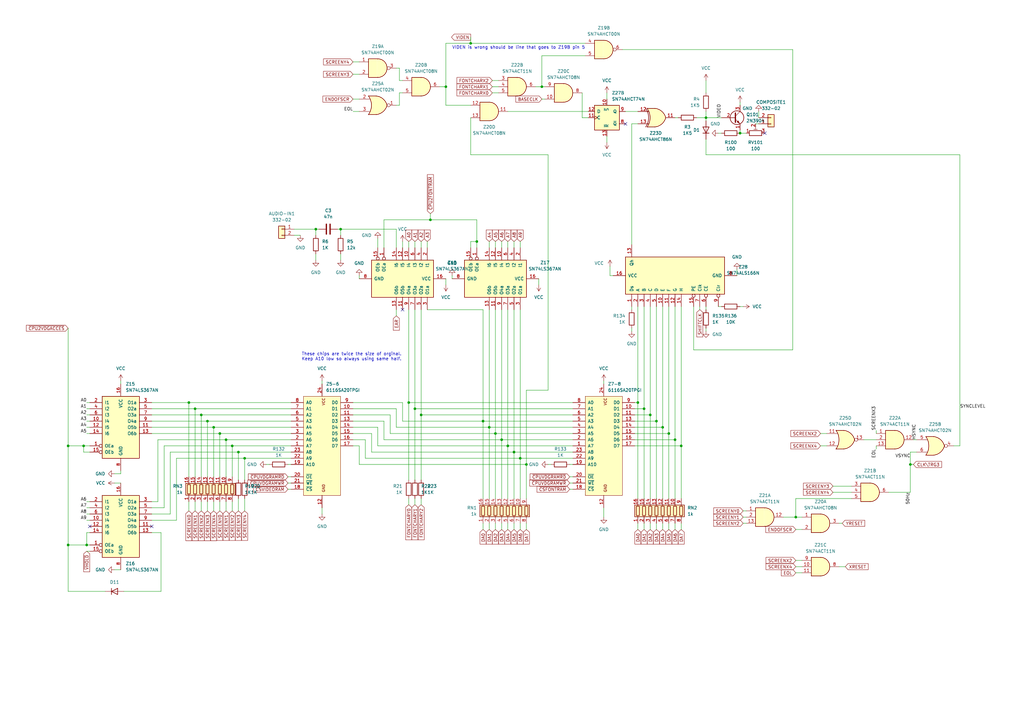
<source format=kicad_sch>
(kicad_sch (version 20211123) (generator eeschema)
  (paper "A3")
  (title_block (title "JupiterAce Z80 plus KIO and new memory format.") (date "2020-05-12") (rev "Alpha") (company "Ontobus") (comment 1 "John Bradley") (comment 2 "https://creativecommons.org/licenses/by-nc-sa/4.0/") (comment 3 "Attribution-NonCommercial-ShareAlike 4.0 International License.") (comment 4 "This work is licensed under a Creative Commons "))
  (junction (at 167.64 165.1))
  (junction (at 170.18 167.64))
  (junction (at 264.16 167.64))
  (junction (at 276.86 180.34))
  (junction (at 205.74 180.34))
  (junction (at 208.28 182.88))
  (junction (at 198.12 172.72))
  (junction (at 95.25 182.88))
  (junction (at 326.39 212.09))
  (junction (at 210.82 185.42))
  (junction (at 80.01 167.64))
  (junction (at 92.71 180.34))
  (junction (at 274.32 177.8))
  (junction (at 27.94 182.88))
  (junction (at 261.62 165.1))
  (junction (at 266.7 170.18))
  (junction (at 176.53 90.17))
  (junction (at 215.9 190.5))
  (junction (at 85.09 172.72))
  (junction (at 200.66 175.26))
  (junction (at 172.72 170.18))
  (junction (at 269.24 172.72))
  (junction (at 27.94 223.52))
  (junction (at 34.29 182.88))
  (junction (at 90.17 177.8))
  (junction (at 97.79 185.42))
  (junction (at 289.56 48.26))
  (junction (at 271.78 175.26))
  (junction (at 193.04 17.78))
  (junction (at 139.7 93.98))
  (junction (at 87.63 175.26))
  (junction (at 195.58 99.06))
  (junction (at 129.54 93.98))
  (junction (at 35.56 223.52))
  (junction (at 373.38 190.5))
  (junction (at 279.4 182.88))
  (junction (at 182.88 35.56))
  (junction (at 100.33 187.96))
  (junction (at 222.25 35.56))
  (junction (at 77.47 165.1))
  (junction (at 213.36 187.96))
  (junction (at 203.2 177.8))
  (junction (at 303.53 54.61))
  (junction (at 82.55 170.18))
  (no_connect (at 313.69 54.61))
  (no_connect (at 62.23 215.9))
  (no_connect (at -345.44 283.21))
  (no_connect (at 165.1 127))
  (no_connect (at 256.54 50.8))
  (no_connect (at 36.83 215.9))
  (wire (pts (xy 373.38 201.93) (xy 373.38 190.5)))
  (wire (pts (xy 182.88 43.18) (xy 193.04 43.18)))
  (wire (pts (xy 62.23 208.28) (xy 67.31 208.28)))
  (wire (pts (xy 92.71 205.74) (xy 92.71 209.55)))
  (wire (pts (xy 119.38 190.5) (xy 118.11 190.5)))
  (wire (pts (xy 129.54 93.98) (xy 130.81 93.98)))
  (wire (pts (xy 287.02 125.73) (xy 287.02 127)))
  (wire (pts (xy 344.17 214.63) (xy 345.44 214.63)))
  (wire (pts (xy 160.02 170.18) (xy 144.78 170.18)))
  (wire (pts (xy 375.92 185.42) (xy 373.38 185.42)))
  (wire (pts (xy 36.83 175.26) (xy 35.56 175.26)))
  (wire (pts (xy 306.07 212.09) (xy 304.8 212.09)))
  (wire (pts (xy 269.24 172.72) (xy 269.24 204.47)))
  (wire (pts (xy 247.65 157.48) (xy 247.65 156.21)))
  (wire (pts (xy 359.41 177.8) (xy 359.41 176.53)))
  (wire (pts (xy 373.38 185.42) (xy 373.38 190.5)))
  (wire (pts (xy 132.08 157.48) (xy 132.08 156.21)))
  (wire (pts (xy 213.36 187.96) (xy 234.95 187.96)))
  (wire (pts (xy 162.56 93.98) (xy 162.56 101.6)))
  (wire (pts (xy 339.09 182.88) (xy 336.55 182.88)))
  (wire (pts (xy 274.32 177.8) (xy 274.32 204.47)))
  (wire (pts (xy 284.48 143.51) (xy 325.12 143.51)))
  (wire (pts (xy 165.1 172.72) (xy 165.1 165.1)))
  (wire (pts (xy 259.08 100.33) (xy 259.08 50.8)))
  (wire (pts (xy 62.23 165.1) (xy 77.47 165.1)))
  (wire (pts (xy 359.41 182.88) (xy 359.41 184.15)))
  (wire (pts (xy 27.94 182.88) (xy 27.94 223.52)))
  (wire (pts (xy 234.95 195.58) (xy 233.68 195.58)))
  (wire (pts (xy 162.56 175.26) (xy 200.66 175.26)))
  (wire (pts (xy 276.86 125.73) (xy 276.86 180.34)))
  (wire (pts (xy 36.83 167.64) (xy 35.56 167.64)))
  (wire (pts (xy 284.48 143.51) (xy 284.48 125.73)))
  (wire (pts (xy 62.23 172.72) (xy 85.09 172.72)))
  (wire (pts (xy 233.68 200.66) (xy 234.95 200.66)))
  (wire (pts (xy 210.82 185.42) (xy 210.82 204.47)))
  (wire (pts (xy 208.28 182.88) (xy 208.28 204.47)))
  (wire (pts (xy 210.82 101.6) (xy 210.82 99.06)))
  (wire (pts (xy 62.23 205.74) (xy 64.77 205.74)))
  (wire (pts (xy 92.71 180.34) (xy 119.38 180.34)))
  (wire (pts (xy 66.04 242.57) (xy 50.8 242.57)))
  (wire (pts (xy 210.82 214.63) (xy 210.82 217.17)))
  (wire (pts (xy 295.91 54.61) (xy 294.64 54.61)))
  (wire (pts (xy 344.17 232.41) (xy 346.71 232.41)))
  (wire (pts (xy 46.99 198.12) (xy 49.53 198.12)))
  (wire (pts (xy 90.17 177.8) (xy 119.38 177.8)))
  (wire (pts (xy 198.12 127) (xy 198.12 172.72)))
  (wire (pts (xy 248.92 40.64) (xy 248.92 38.1)))
  (wire (pts (xy 201.93 35.56) (xy 204.47 35.56)))
  (wire (pts (xy 261.62 125.73) (xy 261.62 165.1)))
  (wire (pts (xy 328.93 212.09) (xy 326.39 212.09)))
  (wire (pts (xy 269.24 214.63) (xy 269.24 217.17)))
  (wire (pts (xy 264.16 167.64) (xy 264.16 204.47)))
  (wire (pts (xy 27.94 242.57) (xy 43.18 242.57)))
  (wire (pts (xy 165.1 101.6) (xy 165.1 99.06)))
  (wire (pts (xy 147.32 190.5) (xy 147.32 182.88)))
  (wire (pts (xy 62.23 177.8) (xy 90.17 177.8)))
  (wire (pts (xy 269.24 125.73) (xy 269.24 172.72)))
  (wire (pts (xy 203.2 177.8) (xy 203.2 204.47)))
  (wire (pts (xy 67.31 182.88) (xy 67.31 208.28)))
  (wire (pts (xy 279.4 182.88) (xy 279.4 204.47)))
  (wire (pts (xy 139.7 93.98) (xy 162.56 93.98)))
  (wire (pts (xy 110.49 190.5) (xy 109.22 190.5)))
  (wire (pts (xy 172.72 204.47) (xy 172.72 207.01)))
  (wire (pts (xy 213.36 214.63) (xy 213.36 217.17)))
  (wire (pts (xy 303.53 43.18) (xy 303.53 41.91)))
  (wire (pts (xy 193.04 101.6) (xy 193.04 99.06)))
  (wire (pts (xy 255.27 20.32) (xy 325.12 20.32)))
  (wire (pts (xy 200.66 175.26) (xy 234.95 175.26)))
  (wire (pts (xy 69.85 185.42) (xy 69.85 210.82)))
  (wire (pts (xy 85.09 172.72) (xy 85.09 195.58)))
  (wire (pts (xy 326.39 212.09) (xy 326.39 204.47)))
  (wire (pts (xy 36.83 213.36) (xy 35.56 213.36)))
  (wire (pts (xy 393.7 63.5) (xy 393.7 182.88)))
  (wire (pts (xy 234.95 167.64) (xy 170.18 167.64)))
  (wire (pts (xy 271.78 214.63) (xy 271.78 217.17)))
  (wire (pts (xy 147.32 114.3) (xy 147.32 113.03)))
  (wire (pts (xy 162.56 127) (xy 162.56 129.54)))
  (wire (pts (xy 95.25 182.88) (xy 95.25 195.58)))
  (wire (pts (xy 304.8 214.63) (xy 306.07 214.63)))
  (wire (pts (xy 260.35 172.72) (xy 269.24 172.72)))
  (wire (pts (xy 260.35 180.34) (xy 276.86 180.34)))
  (wire (pts (xy 182.88 35.56) (xy 180.34 35.56)))
  (wire (pts (xy 149.86 180.34) (xy 144.78 180.34)))
  (wire (pts (xy 87.63 175.26) (xy 87.63 195.58)))
  (wire (pts (xy 36.83 185.42) (xy 34.29 185.42)))
  (wire (pts (xy 163.83 33.02) (xy 163.83 27.94)))
  (wire (pts (xy 62.23 210.82) (xy 69.85 210.82)))
  (wire (pts (xy 154.94 182.88) (xy 208.28 182.88)))
  (wire (pts (xy 341.63 201.93) (xy 349.25 201.93)))
  (wire (pts (xy 165.1 33.02) (xy 163.83 33.02)))
  (wire (pts (xy 193.04 48.26) (xy 193.04 63.5)))
  (wire (pts (xy 157.48 90.17) (xy 157.48 101.6)))
  (wire (pts (xy 276.86 48.26) (xy 278.13 48.26)))
  (wire (pts (xy 152.4 177.8) (xy 152.4 185.42)))
  (wire (pts (xy 182.88 35.56) (xy 182.88 43.18)))
  (wire (pts (xy 266.7 214.63) (xy 266.7 217.17)))
  (wire (pts (xy 170.18 204.47) (xy 170.18 207.01)))
  (wire (pts (xy 213.36 101.6) (xy 213.36 99.06)))
  (wire (pts (xy 36.83 208.28) (xy 35.56 208.28)))
  (wire (pts (xy 200.66 101.6) (xy 200.66 99.06)))
  (wire (pts (xy 226.06 190.5) (xy 224.79 190.5)))
  (wire (pts (xy 170.18 167.64) (xy 170.18 196.85)))
  (wire (pts (xy 62.23 213.36) (xy 72.39 213.36)))
  (wire (pts (xy 139.7 104.14) (xy 139.7 106.68)))
  (wire (pts (xy 303.53 54.61) (xy 306.07 54.61)))
  (wire (pts (xy 193.04 63.5) (xy 224.79 63.5)))
  (wire (pts (xy 205.74 180.34) (xy 205.74 204.47)))
  (wire (pts (xy 375.92 180.34) (xy 374.65 180.34)))
  (wire (pts (xy 247.65 208.28) (xy 247.65 212.09)))
  (wire (pts (xy 289.56 48.26) (xy 295.91 48.26)))
  (wire (pts (xy 97.79 204.47) (xy 97.79 209.55)))
  (wire (pts (xy 193.04 99.06) (xy 195.58 99.06)))
  (wire (pts (xy 87.63 175.26) (xy 119.38 175.26)))
  (wire (pts (xy 289.56 63.5) (xy 393.7 63.5)))
  (wire (pts (xy 271.78 125.73) (xy 271.78 175.26)))
  (wire (pts (xy 132.08 208.28) (xy 132.08 210.82)))
  (wire (pts (xy 138.43 93.98) (xy 139.7 93.98)))
  (wire (pts (xy 259.08 134.62) (xy 259.08 135.89)))
  (wire (pts (xy 118.11 200.66) (xy 119.38 200.66)))
  (wire (pts (xy 27.94 182.88) (xy 34.29 182.88)))
  (wire (pts (xy 72.39 187.96) (xy 100.33 187.96)))
  (wire (pts (xy 354.33 180.34) (xy 359.41 180.34)))
  (wire (pts (xy 64.77 180.34) (xy 92.71 180.34)))
  (wire (pts (xy 163.83 38.1) (xy 163.83 43.18)))
  (wire (pts (xy 303.53 125.73) (xy 304.8 125.73)))
  (wire (pts (xy 34.29 185.42) (xy 34.29 182.88)))
  (wire (pts (xy 234.95 190.5) (xy 233.68 190.5)))
  (wire (pts (xy 172.72 170.18) (xy 172.72 196.85)))
  (wire (pts (xy 241.3 48.26) (xy 238.76 48.26)))
  (wire (pts (xy 49.53 193.04) (xy 49.53 194.31)))
  (wire (pts (xy 120.65 93.98) (xy 129.54 93.98)))
  (wire (pts (xy 248.92 55.88) (xy 248.92 58.42)))
  (wire (pts (xy 215.9 190.5) (xy 215.9 204.47)))
  (wire (pts (xy 152.4 185.42) (xy 210.82 185.42)))
  (wire (pts (xy 49.53 194.31) (xy 46.99 194.31)))
  (wire (pts (xy 144.78 177.8) (xy 152.4 177.8)))
  (wire (pts (xy 92.71 180.34) (xy 92.71 195.58)))
  (wire (pts (xy 208.28 127) (xy 208.28 182.88)))
  (wire (pts (xy 195.58 99.06) (xy 195.58 90.17)))
  (wire (pts (xy 289.56 33.02) (xy 289.56 38.1)))
  (wire (pts (xy 147.32 25.4) (xy 144.78 25.4)))
  (wire (pts (xy 36.83 172.72) (xy 35.56 172.72)))
  (wire (pts (xy 80.01 167.64) (xy 80.01 195.58)))
  (wire (pts (xy 90.17 177.8) (xy 90.17 195.58)))
  (wire (pts (xy 165.1 165.1) (xy 144.78 165.1)))
  (wire (pts (xy 165.1 172.72) (xy 198.12 172.72)))
  (wire (pts (xy 234.95 170.18) (xy 172.72 170.18)))
  (wire (pts (xy 223.52 40.64) (xy 222.25 40.64)))
  (wire (pts (xy 167.64 101.6) (xy 167.64 99.06)))
  (wire (pts (xy 205.74 180.34) (xy 234.95 180.34)))
  (wire (pts (xy 87.63 205.74) (xy 87.63 209.55)))
  (wire (pts (xy 304.8 209.55) (xy 306.07 209.55)))
  (wire (pts (xy 170.18 127) (xy 170.18 167.64)))
  (wire (pts (xy 144.78 172.72) (xy 157.48 172.72)))
  (wire (pts (xy 279.4 214.63) (xy 279.4 217.17)))
  (wire (pts (xy 118.11 198.12) (xy 119.38 198.12)))
  (wire (pts (xy 49.53 233.68) (xy 46.99 233.68)))
  (wire (pts (xy 176.53 90.17) (xy 176.53 87.63)))
  (wire (pts (xy 205.74 127) (xy 205.74 180.34)))
  (wire (pts (xy 72.39 187.96) (xy 72.39 213.36)))
  (wire (pts (xy 264.16 214.63) (xy 264.16 217.17)))
  (wire (pts (xy 167.64 165.1) (xy 167.64 196.85)))
  (wire (pts (xy 303.53 53.34) (xy 303.53 54.61)))
  (wire (pts (xy 220.98 116.84) (xy 220.98 114.3)))
  (wire (pts (xy 129.54 104.14) (xy 129.54 106.68)))
  (wire (pts (xy 261.62 214.63) (xy 261.62 217.17)))
  (wire (pts (xy 198.12 172.72) (xy 234.95 172.72)))
  (wire (pts (xy 149.86 187.96) (xy 149.86 180.34)))
  (wire (pts (xy 100.33 187.96) (xy 100.33 196.85)))
  (wire (pts (xy 90.17 205.74) (xy 90.17 209.55)))
  (wire (pts (xy 208.28 182.88) (xy 234.95 182.88)))
  (wire (pts (xy 259.08 127) (xy 259.08 125.73)))
  (wire (pts (xy 234.95 165.1) (xy 167.64 165.1)))
  (wire (pts (xy 203.2 214.63) (xy 203.2 217.17)))
  (wire (pts (xy 213.36 127) (xy 213.36 187.96)))
  (wire (pts (xy 311.15 48.26) (xy 311.15 45.72)))
  (wire (pts (xy 36.83 205.74) (xy 35.56 205.74)))
  (wire (pts (xy 62.23 218.44) (xy 66.04 218.44)))
  (wire (pts (xy 260.35 170.18) (xy 266.7 170.18)))
  (wire (pts (xy 162.56 43.18) (xy 163.83 43.18)))
  (wire (pts (xy 97.79 185.42) (xy 97.79 196.85)))
  (wire (pts (xy 77.47 165.1) (xy 77.47 195.58)))
  (wire (pts (xy 259.08 50.8) (xy 261.62 50.8)))
  (wire (pts (xy 172.72 127) (xy 172.72 170.18)))
  (wire (pts (xy 215.9 190.5) (xy 215.9 160.02)))
  (wire (pts (xy 204.47 33.02) (xy 201.93 33.02)))
  (wire (pts (xy 80.01 205.74) (xy 80.01 209.55)))
  (wire (pts (xy 129.54 96.52) (xy 129.54 93.98)))
  (wire (pts (xy 215.9 160.02) (xy 224.79 160.02)))
  (wire (pts (xy 175.26 101.6) (xy 175.26 99.06)))
  (wire (pts (xy 326.39 232.41) (xy 328.93 232.41)))
  (wire (pts (xy 364.49 201.93) (xy 373.38 201.93)))
  (wire (pts (xy 374.65 190.5) (xy 373.38 190.5)))
  (wire (pts (xy 167.64 204.47) (xy 167.64 207.01)))
  (wire (pts (xy 274.32 214.63) (xy 274.32 217.17)))
  (wire (pts (xy 36.83 170.18) (xy 35.56 170.18)))
  (wire (pts (xy 154.94 97.79) (xy 154.94 101.6)))
  (wire (pts (xy 154.94 175.26) (xy 154.94 182.88)))
  (wire (pts (xy 182.88 114.3) (xy 182.88 116.84)))
  (wire (pts (xy 175.26 127) (xy 198.12 127)))
  (wire (pts (xy 193.04 17.78) (xy 193.04 15.24)))
  (wire (pts (xy 289.56 125.73) (xy 289.56 127)))
  (wire (pts (xy 215.9 214.63) (xy 215.9 217.17)))
  (wire (pts (xy 123.19 96.52) (xy 120.65 96.52)))
  (wire (pts (xy 85.09 172.72) (xy 119.38 172.72)))
  (wire (pts (xy 208.28 214.63) (xy 208.28 217.17)))
  (wire (pts (xy 35.56 223.52) (xy 36.83 223.52)))
  (wire (pts (xy 95.25 205.74) (xy 95.25 209.55)))
  (wire (pts (xy 289.56 134.62) (xy 289.56 135.89)))
  (wire (pts (xy 67.31 182.88) (xy 95.25 182.88)))
  (wire (pts (xy 97.79 185.42) (xy 119.38 185.42)))
  (wire (pts (xy 172.72 101.6) (xy 172.72 99.06)))
  (wire (pts (xy 260.35 167.64) (xy 264.16 167.64)))
  (wire (pts (xy 208.28 101.6) (xy 208.28 99.06)))
  (wire (pts (xy 157.48 172.72) (xy 157.48 180.34)))
  (wire (pts (xy 210.82 185.42) (xy 234.95 185.42)))
  (wire (pts (xy 85.09 205.74) (xy 85.09 209.55)))
  (wire (pts (xy 289.56 49.53) (xy 289.56 48.26)))
  (wire (pts (xy 224.79 63.5) (xy 224.79 160.02)))
  (wire (pts (xy 261.62 45.72) (xy 256.54 45.72)))
  (wire (pts (xy 205.74 214.63) (xy 205.74 217.17)))
  (wire (pts (xy 119.38 170.18) (xy 82.55 170.18)))
  (wire (pts (xy 66.04 218.44) (xy 66.04 242.57)))
  (wire (pts (xy 238.76 38.1) (xy 238.76 48.26)))
  (wire (pts (xy 182.88 17.78) (xy 182.88 35.56)))
  (wire (pts (xy 100.33 204.47) (xy 100.33 209.55)))
  (wire (pts (xy 147.32 45.72) (xy 144.78 45.72)))
  (wire (pts (xy 289.56 57.15) (xy 289.56 63.5)))
  (wire (pts (xy 147.32 182.88) (xy 144.78 182.88)))
  (wire (pts (xy 118.11 195.58) (xy 119.38 195.58)))
  (wire (pts (xy 35.56 218.44) (xy 36.83 218.44)))
  (wire (pts (xy 200.66 175.26) (xy 200.66 204.47)))
  (wire (pts (xy 62.23 167.64) (xy 80.01 167.64)))
  (wire (pts (xy 147.32 40.64) (xy 144.78 40.64)))
  (wire (pts (xy 170.18 101.6) (xy 170.18 99.06)))
  (wire (pts (xy 326.39 204.47) (xy 349.25 204.47)))
  (wire (pts (xy 222.25 35.56) (xy 223.52 35.56)))
  (wire (pts (xy 82.55 205.74) (xy 82.55 209.55)))
  (wire (pts (xy 195.58 101.6) (xy 195.58 99.06)))
  (wire (pts (xy 100.33 187.96) (xy 119.38 187.96)))
  (wire (pts (xy 139.7 96.52) (xy 139.7 93.98)))
  (wire (pts (xy 213.36 187.96) (xy 213.36 204.47)))
  (wire (pts (xy 157.48 180.34) (xy 205.74 180.34)))
  (wire (pts (xy 276.86 180.34) (xy 276.86 204.47)))
  (wire (pts (xy 294.64 125.73) (xy 295.91 125.73)))
  (wire (pts (xy 311.15 50.8) (xy 309.88 50.8)))
  (wire (pts (xy 391.16 182.88) (xy 393.7 182.88)))
  (wire (pts (xy 36.83 177.8) (xy 35.56 177.8)))
  (wire (pts (xy 35.56 218.44) (xy 35.56 223.52)))
  (wire (pts (xy 36.83 165.1) (xy 35.56 165.1)))
  (wire (pts (xy 210.82 127) (xy 210.82 185.42)))
  (wire (pts (xy 147.32 190.5) (xy 215.9 190.5)))
  (wire (pts (xy 167.64 127) (xy 167.64 165.1)))
  (wire (pts (xy 339.09 177.8) (xy 336.55 177.8)))
  (wire (pts (xy 185.42 114.3) (xy 185.42 113.03)))
  (wire (pts (xy 260.35 175.26) (xy 271.78 175.26)))
  (wire (pts (xy 62.23 175.26) (xy 87.63 175.26)))
  (wire (pts (xy 203.2 177.8) (xy 234.95 177.8)))
  (wire (pts (xy 325.12 20.32) (xy 325.12 143.51)))
  (wire (pts (xy 34.29 182.88) (xy 36.83 182.88)))
  (wire (pts (xy 165.1 38.1) (xy 163.83 38.1)))
  (wire (pts (xy 27.94 134.62) (xy 27.94 182.88)))
  (wire (pts (xy 250.19 113.03) (xy 250.19 109.22)))
  (wire (pts (xy 266.7 170.18) (xy 266.7 204.47)))
  (wire (pts (xy 261.62 165.1) (xy 261.62 204.47)))
  (wire (pts (xy 285.75 48.26) (xy 289.56 48.26)))
  (wire (pts (xy 326.39 229.87) (xy 328.93 229.87)))
  (wire (pts (xy 64.77 180.34) (xy 64.77 205.74)))
  (wire (pts (xy 160.02 177.8) (xy 160.02 170.18)))
  (wire (pts (xy 204.47 38.1) (xy 201.93 38.1)))
  (wire (pts (xy 62.23 170.18) (xy 82.55 170.18)))
  (wire (pts (xy 251.46 113.03) (xy 250.19 113.03)))
  (wire (pts (xy 198.12 214.63) (xy 198.12 217.17)))
  (wire (pts (xy 302.26 110.49) (xy 302.26 113.03)))
  (wire (pts (xy 200.66 214.63) (xy 200.66 217.17)))
  (wire (pts (xy 95.25 182.88) (xy 119.38 182.88)))
  (wire (pts (xy 144.78 167.64) (xy 162.56 167.64)))
  (wire (pts (xy 27.94 223.52) (xy 35.56 223.52)))
  (wire (pts (xy 49.53 157.48) (xy 49.53 156.21)))
  (wire (pts (xy 80.01 167.64) (xy 119.38 167.64)))
  (wire (pts (xy 279.4 125.73) (xy 279.4 182.88)))
  (wire (pts (xy 198.12 172.72) (xy 198.12 204.47)))
  (wire (pts (xy 274.32 125.73) (xy 274.32 177.8)))
  (wire (pts (xy 203.2 101.6) (xy 203.2 99.06)))
  (wire (pts (xy 182.88 17.78) (xy 193.04 17.78)))
  (wire (pts (xy 200.66 127) (xy 200.66 175.26)))
  (wire (pts (xy 208.28 45.72) (xy 241.3 45.72)))
  (wire (pts (xy 203.2 127) (xy 203.2 177.8)))
  (wire (pts (xy 36.83 210.82) (xy 35.56 210.82)))
  (wire (pts (xy 163.83 27.94) (xy 162.56 27.94)))
  (wire (pts (xy 193.04 17.78) (xy 240.03 17.78)))
  (wire (pts (xy 341.63 199.39) (xy 349.25 199.39)))
  (wire (pts (xy 77.47 165.1) (xy 119.38 165.1)))
  (wire (pts (xy 69.85 185.42) (xy 97.79 185.42)))
  (wire (pts (xy 82.55 170.18) (xy 82.55 195.58)))
  (wire (pts (xy 162.56 167.64) (xy 162.56 175.26)))
  (wire (pts (xy 326.39 234.95) (xy 328.93 234.95)))
  (wire (pts (xy 149.86 187.96) (xy 213.36 187.96)))
  (wire (pts (xy 176.53 90.17) (xy 195.58 90.17)))
  (wire (pts (xy 260.35 177.8) (xy 274.32 177.8)))
  (wire (pts (xy 264.16 125.73) (xy 264.16 167.64)))
  (wire (pts (xy 222.25 22.86) (xy 240.03 22.86)))
  (wire (pts (xy 271.78 175.26) (xy 271.78 204.47)))
  (wire (pts (xy 328.93 217.17) (xy 326.39 217.17)))
  (wire (pts (xy 276.86 214.63) (xy 276.86 217.17)))
  (wire (pts (xy 205.74 101.6) (xy 205.74 99.06)))
  (wire (pts (xy 260.35 165.1) (xy 261.62 165.1)))
  (wire (pts (xy 219.71 35.56) (xy 222.25 35.56)))
  (wire (pts (xy 260.35 182.88) (xy 279.4 182.88)))
  (wire (pts (xy 147.32 30.48) (xy 144.78 30.48)))
  (wire (pts (xy 160.02 177.8) (xy 203.2 177.8)))
  (wire (pts (xy 144.78 175.26) (xy 154.94 175.26)))
  (wire (pts (xy 27.94 223.52) (xy 27.94 242.57)))
  (wire (pts (xy 326.39 212.09) (xy 321.31 212.09)))
  (wire (pts (xy 77.47 205.74) (xy 77.47 209.55)))
  (wire (pts (xy 289.56 45.72) (xy 289.56 48.26)))
  (wire (pts (xy 222.25 35.56) (xy 222.25 22.86)))
  (wire (pts (xy 266.7 125.73) (xy 266.7 170.18)))
  (wire (pts (xy 36.83 226.06) (xy 35.56 226.06)))
  (wire (pts (xy 233.68 198.12) (xy 234.95 198.12)))
  (wire (pts (xy 157.48 90.17) (xy 176.53 90.17)))
  (text "These chips are twice the size of orginal.\nKeep A10 low so always using same half." (at 123.698 148.082 0) (effects (font (size 1.27 1.27)) (justify left bottom)))
  (text "VIDEN is wrong should be line that goes to Z19B pin 5" (at 185.42 20.32 0) (effects (font (size 1.27 1.27)) (justify left bottom)))
  (label "SCREENX3" (at 359.41 176.53 90))
  (label "50Hz" (at 373.38 201.93 270))
  (label "A7" (at 35.56 208.28 180))
  (label "A3" (at 35.56 172.72 180))
  (label "A4" (at 35.56 175.26 180))
  (label "EOL" (at 359.41 184.15 270))
  (label "A5" (at 35.56 177.8 180))
  (label "A1" (at 35.56 167.64 180))
  (label "EOL" (at 144.78 45.72 180))
  (label "HSYNC" (at 375.92 180.34 90))
  (label "SYNCLEVEL" (at 393.7 167.64 0))
  (label "A9" (at 35.56 213.36 180))
  (label "A0" (at 35.56 165.1 180))
  (label "VIDEO" (at 295.91 48.26 90))
  (label "VSYNC" (at 373.38 187.96 180))
  (label "A8" (at 35.56 210.82 180))
  (label "A2" (at 35.56 170.18 180))
  (label "A6" (at 35.56 205.74 180))
  (global_label "~{CPU2FONTRAM}" (shape input) (at 176.53 87.63 90) (property "Intersheet References" "${INTERSHEET_REFS}" (at 176.4506 71.6987 90) (effects (justify left))))
  (global_label "SCREENX3" (shape input) (at 85.09 209.55 270) (property "Intersheet References" "${INTERSHEET_REFS}" (at 85.0106 221.6713 90) (effects (justify right))))
  (global_label "~{CSVIDEORAM}" (shape input) (at 118.11 200.66 180) (property "Intersheet References" "${INTERSHEET_REFS}" (at 104.0534 200.5806 0) (effects (justify right))))
  (global_label "ENDOFSCR" (shape input) (at 144.78 40.64 180) (property "Intersheet References" "${INTERSHEET_REFS}" (at 132.5377 40.5606 0) (effects (justify right))))
  (global_label "DA0" (shape input) (at 198.12 217.17 270) (property "Intersheet References" "${INTERSHEET_REFS}" (at 198.0406 223.0623 90) (effects (justify right))))
  (global_label "DA3" (shape input) (at 205.74 217.17 270) (property "Intersheet References" "${INTERSHEET_REFS}" (at 205.6606 223.0623 90) (effects (justify right))))
  (global_label "~{CSFONTRAM}" (shape input) (at 233.68 200.66 180) (property "Intersheet References" "${INTERSHEET_REFS}" (at 220.3491 200.5806 0) (effects (justify right))))
  (global_label "SCREENX4" (shape input) (at 336.55 182.88 180) (property "Intersheet References" "${INTERSHEET_REFS}" (at 324.4287 182.8006 0) (effects (justify right))))
  (global_label "SCREENY2" (shape input) (at 95.25 209.55 270) (property "Intersheet References" "${INTERSHEET_REFS}" (at 95.1706 221.5504 90) (effects (justify right))))
  (global_label "EAR" (shape input) (at 162.56 129.54 270) (property "Intersheet References" "${INTERSHEET_REFS}" (at 162.4806 135.3718 90) (effects (justify right))))
  (global_label "DA7" (shape input) (at 215.9 217.17 270) (property "Intersheet References" "${INTERSHEET_REFS}" (at 215.8206 223.0623 90) (effects (justify right))))
  (global_label "~{CPUVDGRAMWR}" (shape input) (at 233.68 198.12 180) (property "Intersheet References" "${INTERSHEET_REFS}" (at 217.3253 198.0406 0) (effects (justify right))))
  (global_label "FONTCHARX2" (shape input) (at 201.93 33.02 180) (property "Intersheet References" "${INTERSHEET_REFS}" (at 187.5106 32.9406 0) (effects (justify right))))
  (global_label "A7" (shape input) (at 208.28 99.06 90) (property "Intersheet References" "${INTERSHEET_REFS}" (at 208.2006 94.4377 90) (effects (justify left))))
  (global_label "SCREENY2" (shape input) (at 304.8 214.63 180) (property "Intersheet References" "${INTERSHEET_REFS}" (at 292.7996 214.5506 0) (effects (justify right))))
  (global_label "FONTCHARX0" (shape input) (at 201.93 38.1 180) (property "Intersheet References" "${INTERSHEET_REFS}" (at 187.5106 38.0206 0) (effects (justify right))))
  (global_label "~{VHOLD}" (shape input) (at 35.56 226.06 270) (property "Intersheet References" "${INTERSHEET_REFS}" (at 35.4806 234.4318 90) (effects (justify right))))
  (global_label "FONTCHARX1" (shape input) (at 201.93 35.56 180) (property "Intersheet References" "${INTERSHEET_REFS}" (at 187.5106 35.4806 0) (effects (justify right))))
  (global_label "FONTCHARY0" (shape input) (at 167.64 207.01 270) (property "Intersheet References" "${INTERSHEET_REFS}" (at 167.5606 221.3085 90) (effects (justify right))))
  (global_label "A8" (shape input) (at 210.82 99.06 90) (property "Intersheet References" "${INTERSHEET_REFS}" (at 210.7406 94.4377 90) (effects (justify left))))
  (global_label "DA6" (shape input) (at 213.36 217.17 270) (property "Intersheet References" "${INTERSHEET_REFS}" (at 213.2806 223.0623 90) (effects (justify right))))
  (global_label "A5" (shape input) (at 203.2 99.06 90) (property "Intersheet References" "${INTERSHEET_REFS}" (at 203.1206 94.4377 90) (effects (justify left))))
  (global_label "ENDOFSCR" (shape input) (at 326.39 217.17 180) (property "Intersheet References" "${INTERSHEET_REFS}" (at 314.1477 217.0906 0) (effects (justify right))))
  (global_label "~{CPUVDGRAMWR}" (shape input) (at 118.11 198.12 180) (property "Intersheet References" "${INTERSHEET_REFS}" (at 101.7553 198.0406 0) (effects (justify right))))
  (global_label "XRESET" (shape input) (at 346.71 232.41 0) (property "Intersheet References" "${INTERSHEET_REFS}" (at 355.989 232.3306 0) (effects (justify left))))
  (global_label "DA4" (shape input) (at 208.28 217.17 270) (property "Intersheet References" "${INTERSHEET_REFS}" (at 208.2006 223.0623 90) (effects (justify right))))
  (global_label "YRESET" (shape input) (at 345.44 214.63 0) (property "Intersheet References" "${INTERSHEET_REFS}" (at 354.598 214.5506 0) (effects (justify left))))
  (global_label "FONTCHARY1" (shape input) (at 170.18 207.01 270) (property "Intersheet References" "${INTERSHEET_REFS}" (at 170.1006 221.3085 90) (effects (justify right))))
  (global_label "DA2" (shape input) (at 203.2 217.17 270) (property "Intersheet References" "${INTERSHEET_REFS}" (at 203.1206 223.0623 90) (effects (justify right))))
  (global_label "SCREENY4" (shape input) (at 341.63 201.93 180) (property "Intersheet References" "${INTERSHEET_REFS}" (at 329.6296 201.8506 0) (effects (justify right))))
  (global_label "A3" (shape input) (at 175.26 99.06 90) (property "Intersheet References" "${INTERSHEET_REFS}" (at 175.1806 94.4377 90) (effects (justify left))))
  (global_label "SCREENY0" (shape input) (at 304.8 209.55 180) (property "Intersheet References" "${INTERSHEET_REFS}" (at 292.7996 209.4706 0) (effects (justify right))))
  (global_label "A4" (shape input) (at 200.66 99.06 90) (property "Intersheet References" "${INTERSHEET_REFS}" (at 200.5806 94.4377 90) (effects (justify left))))
  (global_label "A1" (shape input) (at 170.18 99.06 90) (property "Intersheet References" "${INTERSHEET_REFS}" (at 170.1006 94.4377 90) (effects (justify left))))
  (global_label "~{CPUVDGRAMRD}" (shape input) (at 118.11 195.58 180) (property "Intersheet References" "${INTERSHEET_REFS}" (at 101.9368 195.5006 0) (effects (justify right))))
  (global_label "A2" (shape input) (at 172.72 99.06 90) (property "Intersheet References" "${INTERSHEET_REFS}" (at 172.6406 94.4377 90) (effects (justify left))))
  (global_label "SCREENX2" (shape input) (at 82.55 209.55 270) (property "Intersheet References" "${INTERSHEET_REFS}" (at 82.4706 221.6713 90) (effects (justify right))))
  (global_label "DA0" (shape input) (at 261.62 217.17 270) (property "Intersheet References" "${INTERSHEET_REFS}" (at 261.5406 223.0623 90) (effects (justify right))))
  (global_label "VIDEN" (shape output) (at 193.04 15.24 180) (property "Intersheet References" "${INTERSHEET_REFS}" (at 185.2729 15.1606 0) (effects (justify right))))
  (global_label "SCREENY3" (shape input) (at 341.63 199.39 180) (property "Intersheet References" "${INTERSHEET_REFS}" (at 329.6296 199.3106 0) (effects (justify right))))
  (global_label "A9" (shape input) (at 213.36 99.06 90) (property "Intersheet References" "${INTERSHEET_REFS}" (at 213.2806 94.4377 90) (effects (justify left))))
  (global_label "DA4" (shape input) (at 271.78 217.17 270) (property "Intersheet References" "${INTERSHEET_REFS}" (at 271.7006 223.0623 90) (effects (justify right))))
  (global_label "DA5" (shape input) (at 210.82 217.17 270) (property "Intersheet References" "${INTERSHEET_REFS}" (at 210.7406 223.0623 90) (effects (justify right))))
  (global_label "SCREENY3" (shape input) (at 97.79 209.55 270) (property "Intersheet References" "${INTERSHEET_REFS}" (at 97.7106 221.5504 90) (effects (justify right))))
  (global_label "CLK\\TRG3" (shape input) (at 374.65 190.5 0) (property "Intersheet References" "${INTERSHEET_REFS}" (at 386.1061 190.4206 0) (effects (justify left))))
  (global_label "DA7" (shape input) (at 279.4 217.17 270) (property "Intersheet References" "${INTERSHEET_REFS}" (at 279.3206 223.0623 90) (effects (justify right))))
  (global_label "SCREENY4" (shape input) (at 100.33 209.55 270) (property "Intersheet References" "${INTERSHEET_REFS}" (at 100.2506 221.5504 90) (effects (justify right))))
  (global_label "SCREENX0" (shape input) (at 77.47 209.55 270) (property "Intersheet References" "${INTERSHEET_REFS}" (at 77.3906 221.6713 90) (effects (justify right))))
  (global_label "SHIFTCLK" (shape input) (at 287.02 127 270) (property "Intersheet References" "${INTERSHEET_REFS}" (at 286.9406 138.0932 90) (effects (justify right))))
  (global_label "SCREENX1" (shape input) (at 80.01 209.55 270) (property "Intersheet References" "${INTERSHEET_REFS}" (at 79.9306 221.6713 90) (effects (justify right))))
  (global_label "SCREENY1" (shape input) (at 92.71 209.55 270) (property "Intersheet References" "${INTERSHEET_REFS}" (at 92.6306 221.5504 90) (effects (justify right))))
  (global_label "SCREENX2" (shape input) (at 336.55 177.8 180) (property "Intersheet References" "${INTERSHEET_REFS}" (at 324.4287 177.7206 0) (effects (justify right))))
  (global_label "SCREENX2" (shape input) (at 326.39 229.87 180) (property "Intersheet References" "${INTERSHEET_REFS}" (at 314.2687 229.7906 0) (effects (justify right))))
  (global_label "SCREENX4" (shape input) (at 87.63 209.55 270) (property "Intersheet References" "${INTERSHEET_REFS}" (at 87.5506 221.6713 90) (effects (justify right))))
  (global_label "DA3" (shape input) (at 269.24 217.17 270) (property "Intersheet References" "${INTERSHEET_REFS}" (at 269.1606 223.0623 90) (effects (justify right))))
  (global_label "~{CPUVDGRAMRD}" (shape input) (at 233.68 195.58 180) (property "Intersheet References" "${INTERSHEET_REFS}" (at 217.5068 195.5006 0) (effects (justify right))))
  (global_label "SCREENY3" (shape input) (at 144.78 30.48 180) (property "Intersheet References" "${INTERSHEET_REFS}" (at 132.7796 30.4006 0) (effects (justify right))))
  (global_label "DA2" (shape input) (at 266.7 217.17 270) (property "Intersheet References" "${INTERSHEET_REFS}" (at 266.6206 223.0623 90) (effects (justify right))))
  (global_label "A0" (shape input) (at 167.64 99.06 90) (property "Intersheet References" "${INTERSHEET_REFS}" (at 167.5606 94.4377 90) (effects (justify left))))
  (global_label "SCREENY0" (shape input) (at 90.17 209.55 270) (property "Intersheet References" "${INTERSHEET_REFS}" (at 90.0906 221.5504 90) (effects (justify right))))
  (global_label "EOL" (shape input) (at 326.39 234.95 180) (property "Intersheet References" "${INTERSHEET_REFS}" (at 320.5582 234.8706 0) (effects (justify right))))
  (global_label "BASECLK" (shape input) (at 222.25 40.64 180) (property "Intersheet References" "${INTERSHEET_REFS}" (at 211.6406 40.5606 0) (effects (justify right))))
  (global_label "~{CPU2VDGACCES}" (shape input) (at 27.94 134.62 180) (property "Intersheet References" "${INTERSHEET_REFS}" (at 10.9201 134.5406 0) (effects (justify right))))
  (global_label "SCREENY1" (shape input) (at 304.8 212.09 180) (property "Intersheet References" "${INTERSHEET_REFS}" (at 292.7996 212.0106 0) (effects (justify right))))
  (global_label "DA5" (shape input) (at 274.32 217.17 270) (property "Intersheet References" "${INTERSHEET_REFS}" (at 274.2406 223.0623 90) (effects (justify right))))
  (global_label "SCREENX4" (shape input) (at 326.39 232.41 180) (property "Intersheet References" "${INTERSHEET_REFS}" (at 314.2687 232.3306 0) (effects (justify right))))
  (global_label "DA1" (shape input) (at 264.16 217.17 270) (property "Intersheet References" "${INTERSHEET_REFS}" (at 264.0806 223.0623 90) (effects (justify right))))
  (global_label "SCREENY4" (shape input) (at 144.78 25.4 180) (property "Intersheet References" "${INTERSHEET_REFS}" (at 132.7796 25.3206 0) (effects (justify right))))
  (global_label "DA1" (shape input) (at 200.66 217.17 270) (property "Intersheet References" "${INTERSHEET_REFS}" (at 200.5806 223.0623 90) (effects (justify right))))
  (global_label "FONTCHARY2" (shape input) (at 172.72 207.01 270) (property "Intersheet References" "${INTERSHEET_REFS}" (at 172.6406 221.3085 90) (effects (justify right))))
  (global_label "A6" (shape input) (at 205.74 99.06 90) (property "Intersheet References" "${INTERSHEET_REFS}" (at 205.6606 94.4377 90) (effects (justify left))))
  (global_label "DA6" (shape input) (at 276.86 217.17 270) (property "Intersheet References" "${INTERSHEET_REFS}" (at 276.7806 223.0623 90) (effects (justify right))))
  (symbol (lib_id "ExtraSymbols:6116P") (at 132.08 182.88 0) (unit 1)
    (property "Reference" "Z5-6" (at 133.7311 157.48 0) (effects (justify left)))
    (property "Value" "6116SA20TPGI" (at 133.7311 160.02 0) (effects (justify left)))
    (property "Footprint" "Package_DIP:DIP-24_W7.62mm" (effects hide))
    (property "Manufacturer_Name" "IDT" (effects hide))
    (property "Manufacturer_Part_Number" "6116SA20TPGI" (effects hide))
  )
  (symbol (lib_id "Connector_Generic:Conn_01x02") (at 115.57 93.98 0) (mirror y) (unit 1)
    (property "Reference" "AUDIO-IN1" (at 115.57 87.63 0) (effects (font (size 1.2954 1.2954))))
    (property "Value" "332-02" (at 115.57 90.17 0))
    (property "Footprint" "Connector_PinHeader_2.54mm:PinHeader_1x02_P2.54mm_Vertical" (effects hide))
    (property "Manufacturer_Name" "TE Connectivity / AMP" (effects hide))
    (property "Manufacturer_Part_Number" "5-146871-1" (effects hide))
  )
  (symbol (lib_id "Device:R") (at 170.18 200.66 180) (unit 1)
    (property "Reference" "R22" (at 172.72 199.3899 0) (effects (justify right)))
    (property "Value" "1K" (at 172.72 201.9299 0) (effects (justify right)))
    (property "Footprint" "Resistor_THT:R_Axial_DIN0204_L3.6mm_D1.6mm_P1.90mm_Vertical" (effects hide))
    (property "Manufacturer_Name" "Vishay" (effects hide))
    (property "Manufacturer_Part_Number" "MBA02040C1202FRP00" (effects hide))
  )
  (symbol (lib_id "Device:C") (at 134.62 93.98 90) (unit 1)
    (property "Reference" "C3" (at 134.62 86.36 90))
    (property "Value" "47n" (at 134.62 88.9 90))
    (property "Footprint" "Capacitor_THT:C_Disc_D5.0mm_W2.5mm_P2.50mm" (effects hide))
    (property "Manufacturer_Name" "vishay" (effects hide))
    (property "Manufacturer_Part_Number" "K473K15X7RF5TL2" (effects hide))
    (property "Height" "4" (effects hide))
  )
  (symbol (lib_id "Device:R_Pack08") (at 87.63 200.66 0) (unit 1)
    (property "Reference" "RN3" (at 74.93 199.3899 0) (effects (justify right)))
    (property "Value" "1k" (at 74.93 201.9299 0) (effects (justify right)))
    (property "Footprint" "Package_DIP:DIP-16_W7.62mm" (effects hide))
    (property "Manufacturer_Name" "Bourns" (effects hide))
    (property "Manufacturer_Part_Number" "4116R-1-102LF " (effects hide))
  )
  (symbol (lib_id "power:GND") (at 311.15 45.72 180) (unit 1)
    (property "Reference" "#~SUPPLY0102" (effects hide))
    (property "Value" "GND" (at 308.61 44.4499 0) (effects (justify left)))
  )
  (symbol (lib_id "Transistor_BJT:2N3904") (at 300.99 48.26 0) (unit 1)
    (property "Reference" "Q101" (at 306.07 46.9899 0) (effects (justify left)))
    (property "Value" "2N3904" (at 306.07 49.5299 0) (effects (justify left)))
    (property "Footprint" "Package_TO_SOT_THT:TO-92_Inline" (effects hide))
    (property "Datasheet" "https://www.onsemi.com/pub/Collateral/2N3903-D.PDF" (effects hide))
    (property "Manufacturer_Part_Number" "2N3904" (effects hide))
  )
  (symbol (lib_id "power:GND") (at 294.64 54.61 270) (unit 1)
    (property "Reference" "#~SUPPLY0101" (effects hide))
    (property "Value" "GND" (at 293.37 50.8 90))
  )
  (symbol (lib_id "power:VCC") (at 303.53 41.91 0) (unit 1)
    (property "Reference" "#~P+0101" (effects hide))
    (property "Value" "VCC" (at 303.53 36.83 0))
  )
  (symbol (lib_id "Device:R") (at 299.72 54.61 270) (unit 1)
    (property "Reference" "R100" (at 299.72 58.42 90))
    (property "Value" "100" (at 299.72 60.96 90))
    (property "Footprint" "Resistor_THT:R_Axial_DIN0204_L3.6mm_D1.6mm_P1.90mm_Vertical" (effects hide))
    (property "Manufacturer_Name" "Vishay" (effects hide))
    (property "Manufacturer_Part_Number" "MBA02040C1000FRP00 " (effects hide))
  )
  (symbol (lib_id "power:VCC") (at 132.08 156.21 0) (unit 1)
    (property "Reference" "#~PWR0165" (effects hide))
    (property "Value" "VCC" (at 132.08 151.13 0))
  )
  (symbol (lib_id "power:VCC") (at 247.65 156.21 0) (unit 1)
    (property "Reference" "#~PWR0166" (effects hide))
    (property "Value" "VCC" (at 247.65 151.13 0))
  )
  (symbol (lib_id "ExtraSymbols:6116P") (at 247.65 182.88 0) (unit 1)
    (property "Reference" "Z7-8" (at 249.3011 157.48 0) (effects (justify left)))
    (property "Value" "6116SA20TPGI" (at 249.3011 160.02 0) (effects (justify left)))
    (property "Footprint" "Package_DIP:DIP-24_W7.62mm" (effects hide))
    (property "Manufacturer_Name" "IDT" (effects hide))
    (property "Manufacturer_Part_Number" "6116SA20TPGI" (effects hide))
  )
  (symbol (lib_id "power:GND") (at 132.08 210.82 0) (unit 1)
    (property "Reference" "#~PWR0167" (effects hide))
    (property "Value" "GND" (at 132.08 215.9 0))
  )
  (symbol (lib_id "power:GND") (at 247.65 212.09 0) (unit 1)
    (property "Reference" "#~PWR0168" (effects hide))
    (property "Value" "GND" (at 247.65 217.17 0))
  )
  (symbol (lib_id "Diode:1N4148") (at 46.99 242.57 0) (unit 1)
    (property "Reference" "D11" (at 46.99 238.76 0))
    (property "Value" "1N4148" (effects hide))
    (property "Footprint" "Diode_THT:D_DO-35_SOD27_P7.62mm_Horizontal" (effects hide))
    (property "Datasheet" "https://assets.nexperia.com/documents/data-sheet/1N4148_1N4448.pdf" (effects hide))
    (property "Manufacturer_Name" "ON Semiconductor" (effects hide))
    (property "Manufacturer_Part_Number" "1N4148" (effects hide))
  )
  (symbol (lib_id "Diode:1N4148") (at 289.56 53.34 90) (unit 1)
    (property "Reference" "D1" (at 287.02 53.3399 90) (effects (justify left)))
    (property "Value" "1N4148" (effects hide))
    (property "Footprint" "Diode_THT:D_DO-35_SOD27_P7.62mm_Horizontal" (effects hide))
    (property "Datasheet" "https://assets.nexperia.com/documents/data-sheet/1N4148_1N4448.pdf" (effects hide))
    (property "Manufacturer_Name" "ON Semiconductor" (effects hide))
    (property "Manufacturer_Part_Number" "1N4148" (effects hide))
  )
  (symbol (lib_id "Device:R_Potentiometer_Trim") (at 309.88 54.61 90) (unit 1)
    (property "Reference" "RV101" (at 309.88 58.42 90))
    (property "Value" "100" (at 309.88 60.96 90))
    (property "Footprint" "ExtraFootprints:3362H1103LF" (effects hide))
    (property "Manufacturer_Name" "Bourns" (effects hide))
    (property "Manufacturer_Part_Number" "3362H-1-101LF" (effects hide))
  )
  (symbol (lib_id "Device:R_Pack08") (at 271.78 209.55 0) (unit 1)
    (property "Reference" "RN2" (at 281.94 208.2799 0) (effects (justify left)))
    (property "Value" "1k" (at 281.94 210.8199 0) (effects (justify left)))
    (property "Footprint" "Package_DIP:DIP-16_W7.62mm" (effects hide))
    (property "Manufacturer_Name" "Bourns" (effects hide))
    (property "Manufacturer_Part_Number" "4116R-1-102LF " (effects hide))
  )
  (symbol (lib_id "Device:R_Pack08") (at 208.28 209.55 0) (unit 1)
    (property "Reference" "RN1" (at 195.58 208.2799 0) (effects (justify right)))
    (property "Value" "1k" (at 195.58 210.8199 0) (effects (justify right)))
    (property "Footprint" "Package_DIP:DIP-16_W7.62mm" (effects hide))
    (property "Manufacturer_Name" "Bourns" (effects hide))
    (property "Manufacturer_Part_Number" "4116R-1-102LF " (effects hide))
  )
  (symbol (lib_id "74xx:74LS74") (at 248.92 48.26 0) (unit 2)
    (property "Reference" "Z27" (at 250.9394 38.1 0) (effects (justify left)))
    (property "Value" "SN74AHCT74N" (at 250.9394 40.64 0) (effects (justify left)))
    (property "Footprint" "Package_DIP:DIP-14_W7.62mm" (effects hide))
    (property "Datasheet" "74xx/74hc_hct74.pdf" (effects hide))
    (property "Manufacturer_Part_Number" "SN74AHCT74N" (effects hide))
    (property "Manufacturer_Name" "Texas Instruments" (effects hide))
  )
  (symbol (lib_id "power:GND") (at 109.22 190.5 270) (unit 1)
    (property "Reference" "#~PWR0112" (effects hide))
    (property "Value" "GND" (at 105.41 190.4999 90) (effects (justify right)))
  )
  (symbol (lib_id "Device:R") (at 129.54 100.33 180) (unit 1)
    (property "Reference" "R6" (at 132.08 99.0599 0) (effects (justify right)))
    (property "Value" "1K" (at 132.08 101.5999 0) (effects (justify right)))
    (property "Footprint" "Resistor_THT:R_Axial_DIN0204_L3.6mm_D1.6mm_P1.90mm_Vertical" (effects hide))
    (property "Manufacturer_Name" "Vishay" (effects hide))
    (property "Manufacturer_Part_Number" "MBA02040C1202FRP00" (effects hide))
  )
  (symbol (lib_id "Device:R") (at 281.94 48.26 270) (unit 1)
    (property "Reference" "R3" (at 281.94 52.07 90))
    (property "Value" "1K5" (at 281.94 54.61 90))
    (property "Footprint" "Resistor_THT:R_Axial_DIN0204_L3.6mm_D1.6mm_P1.90mm_Vertical" (effects hide))
    (property "Manufacturer_Name" "Vishay" (effects hide))
    (property "Manufacturer_Part_Number" "MBA02040C1501FC100" (effects hide))
  )
  (symbol (lib_id "74xx:74LS00") (at 154.94 27.94 0) (unit 1)
    (property "Reference" "Z19" (at 154.94 19.05 0))
    (property "Value" "SN74AHCT00N" (at 154.94 21.59 0))
    (property "Footprint" "Package_DIP:DIP-14_W7.62mm" (effects hide))
    (property "Datasheet" "http://www.ti.com/lit/gpn/sn74ls00" (effects hide))
    (property "Manufacturer_Part_Number" "SN74AHCT00N" (effects hide))
    (property "Manufacturer_Name" "Texas Instruments" (effects hide))
  )
  (symbol (lib_id "74xx:74LS00") (at 247.65 20.32 0) (unit 2)
    (property "Reference" "Z19" (at 247.65 11.43 0))
    (property "Value" "SN74AHCT00N" (at 247.65 13.97 0))
    (property "Footprint" "Package_DIP:DIP-14_W7.62mm" (effects hide))
    (property "Datasheet" "http://www.ti.com/lit/gpn/sn74ls00" (effects hide))
    (property "Manufacturer_Part_Number" "SN74AHCT00N" (effects hide))
    (property "Manufacturer_Name" "Texas Instruments" (effects hide))
  )
  (symbol (lib_id "power:GND") (at 147.32 113.03 180) (unit 1)
    (property "Reference" "#~PWR0169" (effects hide))
    (property "Value" "GND" (at 147.32 107.95 0))
  )
  (symbol (lib_id "power:VCC") (at 220.98 116.84 180) (unit 1)
    (property "Reference" "#~PWR0171" (effects hide))
    (property "Value" "VCC" (at 220.98 121.92 0))
  )
  (symbol (lib_id "power:VCC") (at 182.88 116.84 180) (unit 1)
    (property "Reference" "#~PWR0170" (effects hide))
    (property "Value" "VCC" (at 182.88 121.92 0))
  )
  (symbol (lib_id "power:GND") (at 185.42 113.03 180) (unit 1)
    (property "Reference" "#~PWR0174" (effects hide))
    (property "Value" "GND" (at 185.42 107.95 0))
  )
  (symbol (lib_id "74xx:74LS02") (at 154.94 43.18 0) (unit 1)
    (property "Reference" "Z25" (at 154.94 34.29 0))
    (property "Value" "SN74AHCT02N" (at 154.94 36.83 0))
    (property "Footprint" "Package_DIP:DIP-14_W7.62mm" (effects hide))
    (property "Datasheet" "http://www.ti.com/lit/gpn/sn74ls02" (effects hide))
    (property "Manufacturer_Part_Number" "SN74AHCT02N" (effects hide))
    (property "Manufacturer_Name" "Texas Instruments" (effects hide))
  )
  (symbol (lib_id "74xx:74LS02") (at 383.54 182.88 0) (unit 2)
    (property "Reference" "Z25" (at 383.54 173.99 0))
    (property "Value" "SN74AHCT02N" (at 383.54 176.53 0))
    (property "Footprint" "Package_DIP:DIP-14_W7.62mm" (effects hide))
    (property "Datasheet" "http://www.ti.com/lit/gpn/sn74ls02" (effects hide))
    (property "Manufacturer_Part_Number" "SN74AHCT02N" (effects hide))
    (property "Manufacturer_Name" "Texas Instruments" (effects hide))
  )
  (symbol (lib_id "74xx:74LS02") (at 346.71 180.34 0) (unit 4)
    (property "Reference" "Z25" (at 346.71 171.45 0))
    (property "Value" "SN74AHCT02N" (at 346.71 173.99 0))
    (property "Footprint" "Package_DIP:DIP-14_W7.62mm" (effects hide))
    (property "Datasheet" "http://www.ti.com/lit/gpn/sn74ls02" (effects hide))
    (property "Manufacturer_Part_Number" "SN74AHCT02N" (effects hide))
    (property "Manufacturer_Name" "Texas Instruments" (effects hide))
  )
  (symbol (lib_id "power:VCC") (at 304.8 125.73 270) (unit 1)
    (property "Reference" "#~PWR0125" (effects hide))
    (property "Value" "VCC" (at 308.61 125.7299 90) (effects (justify left)))
  )
  (symbol (lib_id "power:GND") (at 259.08 135.89 0) (unit 1)
    (property "Reference" "#~PWR0126" (effects hide))
    (property "Value" "GND" (at 259.08 140.97 0))
  )
  (symbol (lib_id "74xx:74LS08") (at 336.55 214.63 0) (unit 1)
    (property "Reference" "Z20" (at 336.55 205.74 0))
    (property "Value" "SN74AHCT08N" (at 336.55 208.28 0))
    (property "Footprint" "Package_DIP:DIP-14_W7.62mm" (effects hide))
    (property "Datasheet" "http://www.ti.com/lit/gpn/sn74LS08" (effects hide))
    (property "Manufacturer_Part_Number" "SN74AHCT08N" (effects hide))
    (property "Manufacturer_Name" "Texas Instruments" (effects hide))
  )
  (symbol (lib_id "74xx:74LS08") (at 172.72 35.56 0) (unit 2)
    (property "Reference" "Z20" (at 172.72 26.67 0))
    (property "Value" "SN74AHCT08N" (at 172.72 29.21 0))
    (property "Footprint" "Package_DIP:DIP-14_W7.62mm" (effects hide))
    (property "Datasheet" "http://www.ti.com/lit/gpn/sn74LS08" (effects hide))
    (property "Manufacturer_Part_Number" "SN74AHCT08N" (effects hide))
    (property "Manufacturer_Name" "Texas Instruments" (effects hide))
  )
  (symbol (lib_id "74xx:74LS08") (at 231.14 38.1 0) (unit 3)
    (property "Reference" "Z20" (at 231.14 29.21 0))
    (property "Value" "SN74AHCT08N" (at 231.14 31.75 0))
    (property "Footprint" "Package_DIP:DIP-14_W7.62mm" (effects hide))
    (property "Datasheet" "http://www.ti.com/lit/gpn/sn74LS08" (effects hide))
    (property "Manufacturer_Part_Number" "SN74AHCT08N" (effects hide))
    (property "Manufacturer_Name" "Texas Instruments" (effects hide))
  )
  (symbol (lib_id "74xx:74LS08") (at 200.66 45.72 0) (unit 4)
    (property "Reference" "Z20" (at 200.66 52.07 0))
    (property "Value" "SN74AHCT08N" (at 200.66 54.61 0))
    (property "Footprint" "Package_DIP:DIP-14_W7.62mm" (effects hide))
    (property "Datasheet" "http://www.ti.com/lit/gpn/sn74LS08" (effects hide))
    (property "Manufacturer_Part_Number" "SN74AHCT08N" (effects hide))
    (property "Manufacturer_Name" "Texas Instruments" (effects hide))
  )
  (symbol (lib_id "power:VCC") (at 250.19 109.22 0) (unit 1)
    (property "Reference" "#~PWR0111" (effects hide))
    (property "Value" "VCC" (at 247.65 107.9499 0) (effects (justify right)))
  )
  (symbol (lib_id "power:GND") (at 302.26 110.49 180) (unit 1)
    (property "Reference" "#~PWR0113" (effects hide))
    (property "Value" "GND" (at 302.26 105.41 0))
  )
  (symbol (lib_id "power:GND") (at 123.19 96.52 0) (unit 1)
    (property "Reference" "#~PWR0135" (effects hide))
    (property "Value" "GND" (at 123.19 101.6 0))
  )
  (symbol (lib_id "74xx:74LS11") (at 367.03 180.34 0) (unit 1)
    (property "Reference" "Z22" (at 367.03 171.45 0))
    (property "Value" "SN74ACT11N" (at 367.03 173.99 0))
    (property "Footprint" "Package_DIP:DIP-14_W7.62mm" (effects hide))
    (property "Datasheet" "http://www.ti.com/lit/gpn/sn74LS11" (effects hide))
    (property "Manufacturer_Part_Number" "SN74ACT11N" (effects hide))
    (property "Manufacturer_Name" "Texas Instruments" (effects hide))
  )
  (symbol (lib_id "74xx:74LS11") (at 212.09 35.56 0) (unit 2)
    (property "Reference" "Z22" (at 212.09 26.67 0))
    (property "Value" "SN74ACT11N" (at 212.09 29.21 0))
    (property "Footprint" "Package_DIP:DIP-14_W7.62mm" (effects hide))
    (property "Datasheet" "http://www.ti.com/lit/gpn/sn74LS11" (effects hide))
    (property "Manufacturer_Part_Number" "SN74ACT11N" (effects hide))
    (property "Manufacturer_Name" "Texas Instruments" (effects hide))
  )
  (symbol (lib_id "power:VCC") (at 49.53 156.21 0) (unit 1)
    (property "Reference" "#~PWR0136" (effects hide))
    (property "Value" "VCC" (at 49.53 151.13 0))
  )
  (symbol (lib_id "power:GND") (at 46.99 194.31 270) (unit 1)
    (property "Reference" "#~PWR0137" (effects hide))
    (property "Value" "GND" (at 43.18 194.3099 90) (effects (justify right)))
  )
  (symbol (lib_id "74xx:74LS11") (at 313.69 212.09 0) (unit 1)
    (property "Reference" "Z21" (at 313.69 203.2 0))
    (property "Value" "SN74ACT11N" (at 313.69 205.74 0))
    (property "Footprint" "Package_DIP:DIP-14_W7.62mm" (effects hide))
    (property "Datasheet" "http://www.ti.com/lit/gpn/sn74LS11" (effects hide))
    (property "Manufacturer_Part_Number" "SN74ACT11N" (effects hide))
    (property "Manufacturer_Name" "Texas Instruments" (effects hide))
  )
  (symbol (lib_id "74xx:74LS11") (at 356.87 201.93 0) (unit 2)
    (property "Reference" "Z21" (at 356.87 193.04 0))
    (property "Value" "SN74ACT11N" (at 356.87 195.58 0))
    (property "Footprint" "Package_DIP:DIP-14_W7.62mm" (effects hide))
    (property "Datasheet" "http://www.ti.com/lit/gpn/sn74LS11" (effects hide))
    (property "Manufacturer_Part_Number" "SN74ACT11N" (effects hide))
    (property "Manufacturer_Name" "Texas Instruments" (effects hide))
  )
  (symbol (lib_id "74xx:74LS11") (at 336.55 232.41 0) (unit 3)
    (property "Reference" "Z21" (at 336.55 223.52 0))
    (property "Value" "SN74ACT11N" (at 336.55 226.06 0))
    (property "Footprint" "Package_DIP:DIP-14_W7.62mm" (effects hide))
    (property "Datasheet" "http://www.ti.com/lit/gpn/sn74LS11" (effects hide))
    (property "Manufacturer_Part_Number" "SN74ACT11N" (effects hide))
    (property "Manufacturer_Name" "Texas Instruments" (effects hide))
  )
  (symbol (lib_id "power:VCC") (at 248.92 38.1 0) (unit 1)
    (property "Reference" "#~PWR0140" (effects hide))
    (property "Value" "VCC" (at 248.92 33.02 0))
  )
  (symbol (lib_id "power:VCC") (at 248.92 58.42 180) (unit 1)
    (property "Reference" "#~PWR0141" (effects hide))
    (property "Value" "VCC" (at 248.92 63.5 0))
  )
  (symbol (lib_id "power:VCC") (at 289.56 33.02 0) (unit 1)
    (property "Reference" "#~PWR0145" (effects hide))
    (property "Value" "VCC" (at 289.56 27.94 0))
  )
  (symbol (lib_id "74xx:74LS86") (at 269.24 48.26 0) (unit 4)
    (property "Reference" "Z23" (at 268.9352 54.61 0))
    (property "Value" "SN74AHCT86N" (at 268.9352 57.15 0))
    (property "Footprint" "Package_DIP:DIP-14_W7.62mm" (effects hide))
    (property "Datasheet" "74xx/74ls86.pdf" (effects hide))
    (property "Manufacturer_Part_Number" "SN74AHCT86N" (effects hide))
    (property "Manufacturer_Name" "Texas Instruments" (effects hide))
  )
  (symbol (lib_id "power:VCC") (at 165.1 99.06 0) (unit 1)
    (property "Reference" "#~PWR0148" (effects hide))
    (property "Value" "VCC" (at 165.1 93.98 0))
  )
  (symbol (lib_id "power:GND") (at 154.94 97.79 180) (unit 1)
    (property "Reference" "#~PWR0149" (effects hide))
    (property "Value" "GND" (at 152.4 96.5199 0) (effects (justify left)))
  )
  (symbol (lib_id "power:GND") (at 129.54 106.68 0) (unit 1)
    (property "Reference" "#~PWR0151" (effects hide))
    (property "Value" "GND" (at 129.54 111.76 0))
  )
  (symbol (lib_id "power:GND") (at 139.7 106.68 0) (unit 1)
    (property "Reference" "#~PWR0152" (effects hide))
    (property "Value" "GND" (at 139.7 111.76 0))
  )
  (symbol (lib_id "74xx:74LS367") (at 49.53 175.26 0) (unit 1)
    (property "Reference" "Z15" (at 51.5494 157.48 0) (effects (justify left)))
    (property "Value" "SN74LS367AN" (at 51.5494 160.02 0) (effects (justify left)))
    (property "Footprint" "Package_DIP:DIP-16_W7.62mm" (effects hide))
    (property "Datasheet" "http://www.ti.com/lit/gpn/sn74LS367" (effects hide))
    (property "Manufacturer_Part_Number" "SN74LS367AN" (effects hide))
    (property "Manufacturer_Name" "Texas Instruments" (effects hide))
  )
  (symbol (lib_id "74xx:74LS367") (at 49.53 215.9 0) (unit 1)
    (property "Reference" "Z16" (at 51.5494 231.14 0) (effects (justify left)))
    (property "Value" "SN74LS367AN" (at 51.5494 233.68 0) (effects (justify left)))
    (property "Footprint" "Package_DIP:DIP-16_W7.62mm" (effects hide))
    (property "Datasheet" "http://www.ti.com/lit/gpn/sn74LS367" (effects hide))
    (property "Manufacturer_Part_Number" "SN74LS367AN" (effects hide))
    (property "Manufacturer_Name" "Texas Instruments" (effects hide))
  )
  (symbol (lib_id "power:GND") (at 46.99 233.68 270) (unit 1)
    (property "Reference" "#~PWR0133" (effects hide))
    (property "Value" "GND" (at 43.18 233.6799 90) (effects (justify right)))
  )
  (symbol (lib_id "Device:R") (at 114.3 190.5 270) (unit 1)
    (property "Reference" "R132" (at 114.3 184.15 90))
    (property "Value" "1K" (at 114.3 186.69 90))
    (property "Footprint" "Resistor_THT:R_Axial_DIN0204_L3.6mm_D1.6mm_P1.90mm_Vertical" (effects hide))
    (property "Manufacturer_Name" "Vishay" (effects hide))
    (property "Manufacturer_Part_Number" "MBA02040C1202FRP00" (effects hide))
  )
  (symbol (lib_id "power:GND") (at 224.79 190.5 270) (unit 1)
    (property "Reference" "#~PWR0127" (effects hide))
    (property "Value" "GND" (at 220.98 190.4999 90) (effects (justify right)))
  )
  (symbol (lib_id "Device:R") (at 229.87 190.5 270) (unit 1)
    (property "Reference" "R133" (at 229.87 184.15 90))
    (property "Value" "1K" (at 229.87 186.69 90))
    (property "Footprint" "Resistor_THT:R_Axial_DIN0204_L3.6mm_D1.6mm_P1.90mm_Vertical" (effects hide))
    (property "Manufacturer_Name" "Vishay" (effects hide))
    (property "Manufacturer_Part_Number" "MBA02040C1202FRP00" (effects hide))
  )
  (symbol (lib_id "Device:R") (at 259.08 130.81 180) (unit 1)
    (property "Reference" "R134" (at 256.54 129.5399 0) (effects (justify left)))
    (property "Value" "1K" (at 256.54 132.0799 0) (effects (justify left)))
    (property "Footprint" "Resistor_THT:R_Axial_DIN0204_L3.6mm_D1.6mm_P1.90mm_Vertical" (effects hide))
    (property "Manufacturer_Name" "Vishay" (effects hide))
    (property "Manufacturer_Part_Number" "MBA02040C1202FRP00" (effects hide))
  )
  (symbol (lib_id "power:GND") (at 289.56 135.89 0) (unit 1)
    (property "Reference" "#~PWR0130" (effects hide))
    (property "Value" "GND" (at 292.1 137.1599 0) (effects (justify left)))
  )
  (symbol (lib_id "Device:R") (at 289.56 130.81 180) (unit 1)
    (property "Reference" "R135" (at 292.1 129.5399 0) (effects (justify right)))
    (property "Value" "1K" (at 292.1 132.0799 0) (effects (justify right)))
    (property "Footprint" "Resistor_THT:R_Axial_DIN0204_L3.6mm_D1.6mm_P1.90mm_Vertical" (effects hide))
    (property "Manufacturer_Name" "Vishay" (effects hide))
    (property "Manufacturer_Part_Number" "MBA02040C1202FRP00" (effects hide))
  )
  (symbol (lib_id "Device:R") (at 299.72 125.73 270) (unit 1)
    (property "Reference" "R136" (at 299.72 129.54 90))
    (property "Value" "10K" (at 299.72 132.08 90))
    (property "Footprint" "Resistor_THT:R_Axial_DIN0204_L3.6mm_D1.6mm_P1.90mm_Vertical" (effects hide))
    (property "Manufacturer_Name" "Vishay" (effects hide))
    (property "Manufacturer_Part_Number" "MBA02040C1002FRP00 " (effects hide))
  )
  (symbol (lib_id "power:VCC") (at 46.99 198.12 90) (unit 1)
    (property "Reference" "#~PWR0134" (effects hide))
    (property "Value" "VCC" (at 43.18 198.1199 90) (effects (justify left)))
  )
  (symbol (lib_id "74xx:74LS166") (at 276.86 113.03 90) (unit 1)
    (property "Reference" "Z28" (at 304.8 109.4486 90))
    (property "Value" "SN74ALS166N" (at 304.8 111.9886 90))
    (property "Footprint" "Package_DIP:DIP-16_W7.62mm" (effects hide))
    (property "Datasheet" "http://www.ti.com/lit/gpn/sn74LS166" (effects hide))
    (property "Manufacturer_Part_Number" "SN74ALS166N" (effects hide))
    (property "Manufacturer_Name" "Texas Instruments" (effects hide))
    (property "Allied_Number" "595-SN74ALS166N" (effects hide))
  )
  (symbol (lib_id "74xx:74LS367") (at 165.1 114.3 270) (unit 1)
    (property "Reference" "Z18" (at 185.42 107.7212 90))
    (property "Value" "SN74LS367AN" (at 185.42 110.2612 90))
    (property "Footprint" "Package_DIP:DIP-16_W7.62mm" (effects hide))
    (property "Datasheet" "http://www.ti.com/lit/gpn/sn74LS367" (effects hide))
    (property "Manufacturer_Part_Number" "SN74LS367AN" (effects hide))
    (property "Manufacturer_Name" "Texas Instruments" (effects hide))
  )
  (symbol (lib_id "74xx:74LS367") (at 203.2 114.3 270) (unit 1)
    (property "Reference" "Z17" (at 223.52 107.7212 90))
    (property "Value" "SN74LS367AN" (at 223.52 110.2612 90))
    (property "Footprint" "Package_DIP:DIP-16_W7.62mm" (effects hide))
    (property "Datasheet" "http://www.ti.com/lit/gpn/sn74LS367" (effects hide))
    (property "Manufacturer_Part_Number" "SN74LS367AN" (effects hide))
    (property "Manufacturer_Name" "Texas Instruments" (effects hide))
  )
  (symbol (lib_id "Device:R") (at 289.56 41.91 180) (unit 1)
    (property "Reference" "R4" (at 287.02 40.6399 0) (effects (justify left)))
    (property "Value" "1K5" (at 287.02 43.1799 0) (effects (justify left)))
    (property "Footprint" "Resistor_THT:R_Axial_DIN0204_L3.6mm_D1.6mm_P1.90mm_Vertical" (effects hide))
    (property "Manufacturer_Name" "Vishay" (effects hide))
    (property "Manufacturer_Part_Number" "MBA02040C1501FC100" (effects hide))
  )
  (symbol (lib_id "Device:R") (at 139.7 100.33 180) (unit 1)
    (property "Reference" "R5" (at 142.24 99.0599 0) (effects (justify right)))
    (property "Value" "12k" (at 142.24 101.5999 0) (effects (justify right)))
    (property "Footprint" "Resistor_THT:R_Axial_DIN0204_L3.6mm_D1.6mm_P1.90mm_Vertical" (effects hide))
    (property "Manufacturer_Name" "Vishay" (effects hide))
    (property "Manufacturer_Part_Number" "MBA02040C1202FRP00" (effects hide))
  )
  (symbol (lib_id "Device:R") (at 167.64 200.66 0) (unit 1)
    (property "Reference" "R21" (at 165.1 199.3899 0) (effects (justify right)))
    (property "Value" "1K" (at 165.1 201.9299 0) (effects (justify right)))
    (property "Footprint" "Resistor_THT:R_Axial_DIN0204_L3.6mm_D1.6mm_P1.90mm_Vertical" (effects hide))
    (property "Manufacturer_Name" "Vishay" (effects hide))
    (property "Manufacturer_Part_Number" "MBA02040C1202FRP00" (effects hide))
  )
  (symbol (lib_id "Connector_Generic:Conn_01x02") (at 316.23 50.8 0) (mirror x) (unit 1)
    (property "Reference" "COMPOSITE1" (at 316.23 41.91 0) (effects (font (size 1.2954 1.2954))))
    (property "Value" "332-02" (at 316.23 44.45 0))
    (property "Footprint" "Connector_PinHeader_2.54mm:PinHeader_1x02_P2.54mm_Vertical" (effects hide))
    (property "Manufacturer_Name" "TE Connectivity / AMP" (effects hide))
    (property "Manufacturer_Part_Number" "5-146871-1" (effects hide))
  )
  (symbol (lib_id "Device:R") (at 172.72 200.66 180) (unit 1)
    (property "Reference" "R23" (at 175.26 199.3899 0) (effects (justify right)))
    (property "Value" "1K" (at 175.26 201.9299 0) (effects (justify right)))
    (property "Footprint" "Resistor_THT:R_Axial_DIN0204_L3.6mm_D1.6mm_P1.90mm_Vertical" (effects hide))
    (property "Manufacturer_Name" "Vishay" (effects hide))
    (property "Manufacturer_Part_Number" "MBA02040C1202FRP00" (effects hide))
  )
  (symbol (lib_id "Device:R") (at 100.33 200.66 180) (unit 1)
    (property "Reference" "R20" (at 102.87 199.3899 0) (effects (justify right)))
    (property "Value" "1K" (at 102.87 201.9299 0) (effects (justify right)))
    (property "Footprint" "Resistor_THT:R_Axial_DIN0204_L3.6mm_D1.6mm_P1.90mm_Vertical" (effects hide))
    (property "Manufacturer_Name" "Vishay" (effects hide))
    (property "Manufacturer_Part_Number" "MBA02040C1202FRP00" (effects hide))
  )
  (symbol (lib_id "Device:R") (at 97.79 200.66 180) (unit 1)
    (property "Reference" "R19" (at 100.33 199.3899 0) (effects (justify right)))
    (property "Value" "1K" (at 100.33 201.9299 0) (effects (justify right)))
    (property "Footprint" "Resistor_THT:R_Axial_DIN0204_L3.6mm_D1.6mm_P1.90mm_Vertical" (effects hide))
    (property "Manufacturer_Name" "Vishay" (effects hide))
    (property "Manufacturer_Part_Number" "MBA02040C1202FRP00" (effects hide))
  )
)
</source>
